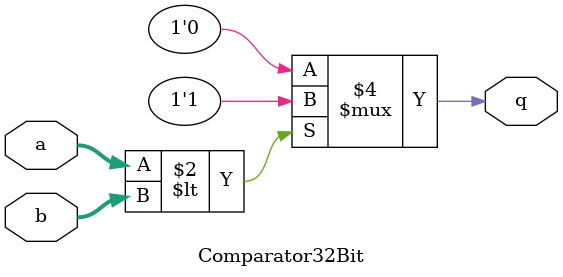
<source format=v>
/*
 * 8-Bit Comparator
 * ----------------
 * By: Thomas Carpenter
 * For: University of Leeds
 * Date: 30th December 2017
 *  // modified by Kasem
 * Description
 * -----------
 * The module is a simple 8-bit Comparator that has been
 * built in Verilog using Behavioural design and continuous
 * assign statements.
 *
 */

module Comparator32Bit ( 
    input  [31:0] a, 
    input  [31:0] b, 
    output  reg     	q
);

always @ (*) begin
	if (a < b) begin 
       q <=1'b1;
	//end else if (a > b) begin
	    //q <=1'b0;
	end else begin 
		 q <=1'b0;
	end
	
end   

endmodule

</source>
